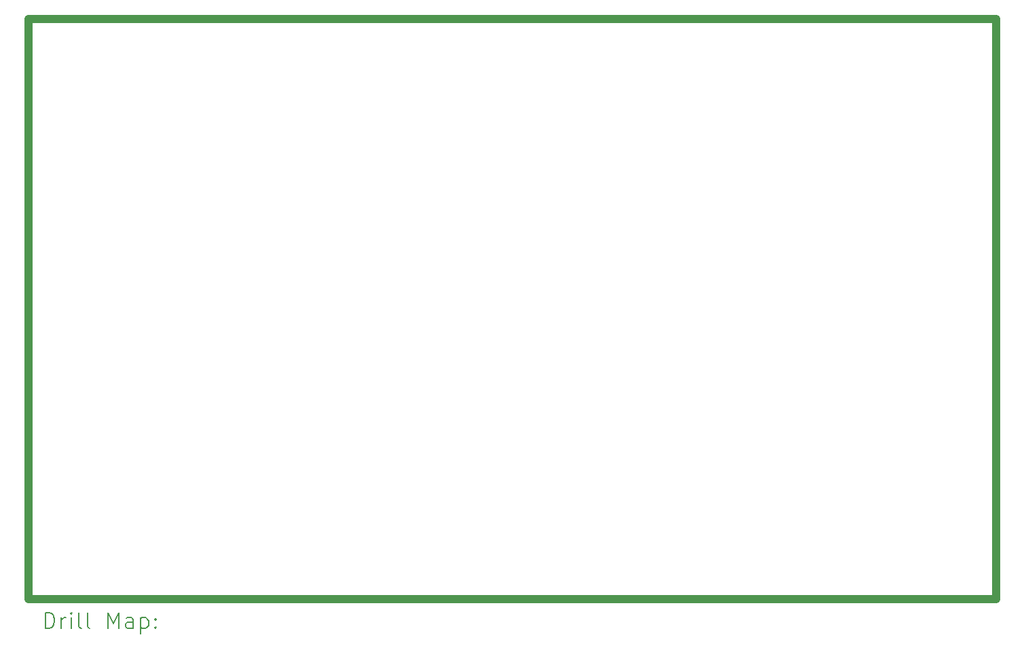
<source format=gbr>
%TF.GenerationSoftware,KiCad,Pcbnew,7.0.6*%
%TF.CreationDate,2023-10-13T18:47:02+03:00*%
%TF.ProjectId,colorimeter-2,636f6c6f-7269-46d6-9574-65722d322e6b,rev?*%
%TF.SameCoordinates,Original*%
%TF.FileFunction,Drillmap*%
%TF.FilePolarity,Positive*%
%FSLAX45Y45*%
G04 Gerber Fmt 4.5, Leading zero omitted, Abs format (unit mm)*
G04 Created by KiCad (PCBNEW 7.0.6) date 2023-10-13 18:47:02*
%MOMM*%
%LPD*%
G01*
G04 APERTURE LIST*
%ADD10C,1.000000*%
%ADD11C,0.200000*%
G04 APERTURE END LIST*
D10*
X3111500Y-4636000D02*
X15176000Y-4636000D01*
X15176000Y-11874500D01*
X3111500Y-11874500D01*
X3111500Y-4636000D01*
D11*
X3322277Y-12235984D02*
X3322277Y-12035984D01*
X3322277Y-12035984D02*
X3369896Y-12035984D01*
X3369896Y-12035984D02*
X3398467Y-12045508D01*
X3398467Y-12045508D02*
X3417515Y-12064555D01*
X3417515Y-12064555D02*
X3427039Y-12083603D01*
X3427039Y-12083603D02*
X3436562Y-12121698D01*
X3436562Y-12121698D02*
X3436562Y-12150269D01*
X3436562Y-12150269D02*
X3427039Y-12188365D01*
X3427039Y-12188365D02*
X3417515Y-12207412D01*
X3417515Y-12207412D02*
X3398467Y-12226460D01*
X3398467Y-12226460D02*
X3369896Y-12235984D01*
X3369896Y-12235984D02*
X3322277Y-12235984D01*
X3522277Y-12235984D02*
X3522277Y-12102650D01*
X3522277Y-12140746D02*
X3531801Y-12121698D01*
X3531801Y-12121698D02*
X3541324Y-12112174D01*
X3541324Y-12112174D02*
X3560372Y-12102650D01*
X3560372Y-12102650D02*
X3579420Y-12102650D01*
X3646086Y-12235984D02*
X3646086Y-12102650D01*
X3646086Y-12035984D02*
X3636562Y-12045508D01*
X3636562Y-12045508D02*
X3646086Y-12055031D01*
X3646086Y-12055031D02*
X3655610Y-12045508D01*
X3655610Y-12045508D02*
X3646086Y-12035984D01*
X3646086Y-12035984D02*
X3646086Y-12055031D01*
X3769896Y-12235984D02*
X3750848Y-12226460D01*
X3750848Y-12226460D02*
X3741324Y-12207412D01*
X3741324Y-12207412D02*
X3741324Y-12035984D01*
X3874658Y-12235984D02*
X3855610Y-12226460D01*
X3855610Y-12226460D02*
X3846086Y-12207412D01*
X3846086Y-12207412D02*
X3846086Y-12035984D01*
X4103229Y-12235984D02*
X4103229Y-12035984D01*
X4103229Y-12035984D02*
X4169896Y-12178841D01*
X4169896Y-12178841D02*
X4236563Y-12035984D01*
X4236563Y-12035984D02*
X4236563Y-12235984D01*
X4417515Y-12235984D02*
X4417515Y-12131222D01*
X4417515Y-12131222D02*
X4407991Y-12112174D01*
X4407991Y-12112174D02*
X4388944Y-12102650D01*
X4388944Y-12102650D02*
X4350848Y-12102650D01*
X4350848Y-12102650D02*
X4331801Y-12112174D01*
X4417515Y-12226460D02*
X4398467Y-12235984D01*
X4398467Y-12235984D02*
X4350848Y-12235984D01*
X4350848Y-12235984D02*
X4331801Y-12226460D01*
X4331801Y-12226460D02*
X4322277Y-12207412D01*
X4322277Y-12207412D02*
X4322277Y-12188365D01*
X4322277Y-12188365D02*
X4331801Y-12169317D01*
X4331801Y-12169317D02*
X4350848Y-12159793D01*
X4350848Y-12159793D02*
X4398467Y-12159793D01*
X4398467Y-12159793D02*
X4417515Y-12150269D01*
X4512753Y-12102650D02*
X4512753Y-12302650D01*
X4512753Y-12112174D02*
X4531801Y-12102650D01*
X4531801Y-12102650D02*
X4569896Y-12102650D01*
X4569896Y-12102650D02*
X4588944Y-12112174D01*
X4588944Y-12112174D02*
X4598467Y-12121698D01*
X4598467Y-12121698D02*
X4607991Y-12140746D01*
X4607991Y-12140746D02*
X4607991Y-12197888D01*
X4607991Y-12197888D02*
X4598467Y-12216936D01*
X4598467Y-12216936D02*
X4588944Y-12226460D01*
X4588944Y-12226460D02*
X4569896Y-12235984D01*
X4569896Y-12235984D02*
X4531801Y-12235984D01*
X4531801Y-12235984D02*
X4512753Y-12226460D01*
X4693705Y-12216936D02*
X4703229Y-12226460D01*
X4703229Y-12226460D02*
X4693705Y-12235984D01*
X4693705Y-12235984D02*
X4684182Y-12226460D01*
X4684182Y-12226460D02*
X4693705Y-12216936D01*
X4693705Y-12216936D02*
X4693705Y-12235984D01*
X4693705Y-12112174D02*
X4703229Y-12121698D01*
X4703229Y-12121698D02*
X4693705Y-12131222D01*
X4693705Y-12131222D02*
X4684182Y-12121698D01*
X4684182Y-12121698D02*
X4693705Y-12112174D01*
X4693705Y-12112174D02*
X4693705Y-12131222D01*
M02*

</source>
